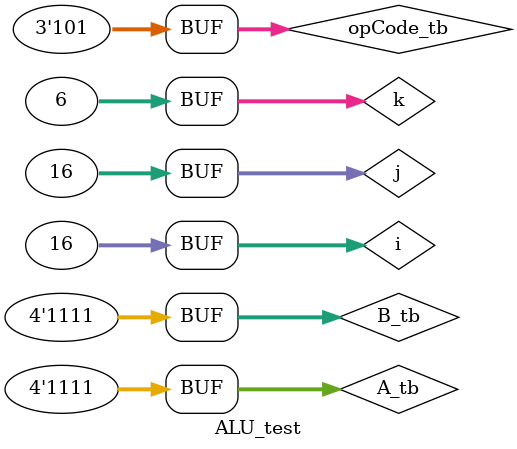
<source format=v>
`timescale 1ns / 1ps


module ALU_test;
    reg [2:0] opCode_tb;
    reg [3:0] A_tb;
    reg [3:0] B_tb;
    wire [3:0] R_tb;
    wire cout;

My_ALU goTime(
    .opcode(opCode_tb),
    .A(A_tb),
    .B(B_tb),
    .R(R_tb),
    .cout(cout)
);

integer i,j,k;

initial begin

    i=0;
    j=0;
    k=0;
        
    for(k=0;k<6;k=k+1)
    begin
        #5 opCode_tb = k;
        for(i=0;i<16;i=i+1)
        begin
            #5 A_tb = i;
            for(j=0;j<16;j=j+1)
            begin
                #5 B_tb = j;
            end
        end
    end

end


endmodule
</source>
